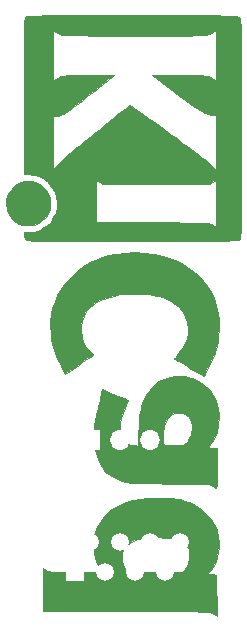
<source format=gbr>
%TF.GenerationSoftware,KiCad,Pcbnew,(7.0.0)*%
%TF.CreationDate,2023-02-19T15:54:43+01:00*%
%TF.ProjectId,bbb-can-bus-cape,6262622d-6361-46e2-9d62-75732d636170,rev?*%
%TF.SameCoordinates,Original*%
%TF.FileFunction,Legend,Bot*%
%TF.FilePolarity,Positive*%
%FSLAX46Y46*%
G04 Gerber Fmt 4.6, Leading zero omitted, Abs format (unit mm)*
G04 Created by KiCad (PCBNEW (7.0.0)) date 2023-02-19 15:54:43*
%MOMM*%
%LPD*%
G01*
G04 APERTURE LIST*
%ADD10C,0.010000*%
%ADD11R,1.727200X1.727200*%
%ADD12O,1.727200X1.727200*%
%ADD13C,3.250000*%
%ADD14R,1.500000X1.500000*%
%ADD15C,1.500000*%
%ADD16C,3.000000*%
%ADD17R,1.700000X1.700000*%
%ADD18O,1.700000X1.700000*%
%ADD19C,2.000000*%
G04 APERTURE END LIST*
%TO.C,REF\u002A\u002A*%
G36*
X124047566Y-81160764D02*
G01*
X124214992Y-81170002D01*
X124345617Y-81192652D01*
X124469442Y-81234371D01*
X124616465Y-81300814D01*
X124655644Y-81320034D01*
X125014405Y-81547209D01*
X125309583Y-81832931D01*
X125534251Y-82169092D01*
X125681483Y-82547582D01*
X125722570Y-82741788D01*
X125741795Y-83135775D01*
X125679587Y-83517377D01*
X125542322Y-83875404D01*
X125336379Y-84198664D01*
X125068137Y-84475970D01*
X124743973Y-84696131D01*
X124370266Y-84847956D01*
X124064442Y-84903504D01*
X123726951Y-84908508D01*
X123398672Y-84863330D01*
X123114315Y-84770121D01*
X122911018Y-84662421D01*
X122588475Y-84422662D01*
X122333915Y-84138426D01*
X122147362Y-83820163D01*
X122028840Y-83478326D01*
X121978375Y-83123366D01*
X121995990Y-82765733D01*
X122081710Y-82415879D01*
X122235561Y-82084256D01*
X122457566Y-81781314D01*
X122747750Y-81517504D01*
X123106139Y-81303279D01*
X123232389Y-81245846D01*
X123360354Y-81199317D01*
X123488282Y-81173210D01*
X123646514Y-81161766D01*
X123865390Y-81159231D01*
X124047566Y-81160764D01*
G37*
D10*
X124047566Y-81160764D02*
X124214992Y-81170002D01*
X124345617Y-81192652D01*
X124469442Y-81234371D01*
X124616465Y-81300814D01*
X124655644Y-81320034D01*
X125014405Y-81547209D01*
X125309583Y-81832931D01*
X125534251Y-82169092D01*
X125681483Y-82547582D01*
X125722570Y-82741788D01*
X125741795Y-83135775D01*
X125679587Y-83517377D01*
X125542322Y-83875404D01*
X125336379Y-84198664D01*
X125068137Y-84475970D01*
X124743973Y-84696131D01*
X124370266Y-84847956D01*
X124064442Y-84903504D01*
X123726951Y-84908508D01*
X123398672Y-84863330D01*
X123114315Y-84770121D01*
X122911018Y-84662421D01*
X122588475Y-84422662D01*
X122333915Y-84138426D01*
X122147362Y-83820163D01*
X122028840Y-83478326D01*
X121978375Y-83123366D01*
X121995990Y-82765733D01*
X122081710Y-82415879D01*
X122235561Y-82084256D01*
X122457566Y-81781314D01*
X122747750Y-81517504D01*
X123106139Y-81303279D01*
X123232389Y-81245846D01*
X123360354Y-81199317D01*
X123488282Y-81173210D01*
X123646514Y-81161766D01*
X123865390Y-81159231D01*
X124047566Y-81160764D01*
G36*
X133709545Y-87222353D02*
G01*
X134529343Y-87320340D01*
X135296767Y-87486964D01*
X136017259Y-87723715D01*
X136696264Y-88032085D01*
X137339225Y-88413565D01*
X137830442Y-88771901D01*
X138383140Y-89266687D01*
X138856544Y-89805981D01*
X139250498Y-90389547D01*
X139564849Y-91017149D01*
X139799441Y-91688552D01*
X139954120Y-92403518D01*
X139955325Y-92411677D01*
X139967406Y-92549363D01*
X139976367Y-92757138D01*
X139981790Y-93015789D01*
X139983256Y-93306105D01*
X139980348Y-93608873D01*
X139976087Y-93821068D01*
X139966216Y-94135905D01*
X139952085Y-94388189D01*
X139932185Y-94596120D01*
X139905009Y-94777892D01*
X139869049Y-94951704D01*
X139822576Y-95147256D01*
X139769655Y-95351277D01*
X139714138Y-95535794D01*
X139649522Y-95717552D01*
X139569304Y-95913299D01*
X139466982Y-96139779D01*
X139336054Y-96413740D01*
X139170016Y-96751928D01*
X138707769Y-97687278D01*
X137477260Y-96938123D01*
X137316208Y-96840044D01*
X137027100Y-96663838D01*
X136768636Y-96506122D01*
X136550242Y-96372662D01*
X136381347Y-96269221D01*
X136271378Y-96201562D01*
X136229763Y-96175450D01*
X136231006Y-96168188D01*
X136271732Y-96109684D01*
X136356251Y-96006902D01*
X136471453Y-95876082D01*
X136670495Y-95643100D01*
X136964827Y-95227176D01*
X137170012Y-94823633D01*
X137272477Y-94532022D01*
X137377195Y-94038783D01*
X137395756Y-93554161D01*
X137329425Y-93085184D01*
X137179467Y-92638880D01*
X136947146Y-92222276D01*
X136633725Y-91842400D01*
X136402880Y-91631024D01*
X135975897Y-91333238D01*
X135480406Y-91088893D01*
X134913867Y-90896818D01*
X134273744Y-90755846D01*
X134234004Y-90749450D01*
X133976437Y-90719902D01*
X133656414Y-90697906D01*
X133295803Y-90683639D01*
X132916470Y-90677279D01*
X132540282Y-90679005D01*
X132189107Y-90688994D01*
X131884811Y-90707424D01*
X131649261Y-90734475D01*
X131115691Y-90838157D01*
X130492412Y-91012616D01*
X129946740Y-91232026D01*
X129479098Y-91496094D01*
X129089908Y-91804526D01*
X128779593Y-92157030D01*
X128548574Y-92553312D01*
X128397275Y-92993078D01*
X128378497Y-93090648D01*
X128353977Y-93335160D01*
X128345973Y-93620911D01*
X128354046Y-93915889D01*
X128377755Y-94188079D01*
X128416662Y-94405468D01*
X128540546Y-94767611D01*
X128766713Y-95187871D01*
X129064345Y-95562076D01*
X129127042Y-95628123D01*
X129237967Y-95747799D01*
X129312628Y-95832381D01*
X129337464Y-95866742D01*
X129325585Y-95875202D01*
X129250583Y-95927275D01*
X129114397Y-96021348D01*
X128926047Y-96151205D01*
X128694550Y-96310631D01*
X128428925Y-96493410D01*
X128138189Y-96693326D01*
X126948623Y-97511023D01*
X126893894Y-97328355D01*
X126887692Y-97309294D01*
X126838432Y-97185213D01*
X126758999Y-97006319D01*
X126658950Y-96793606D01*
X126547839Y-96568069D01*
X126498712Y-96469790D01*
X126245089Y-95924060D01*
X126048962Y-95421067D01*
X125905316Y-94941466D01*
X125809132Y-94465910D01*
X125755395Y-93975055D01*
X125739087Y-93449554D01*
X125747367Y-93083842D01*
X125803521Y-92472148D01*
X125916772Y-91903882D01*
X126091883Y-91357907D01*
X126333624Y-90813089D01*
X126642274Y-90273777D01*
X127063044Y-89694990D01*
X127549533Y-89158259D01*
X128089699Y-88675404D01*
X128671499Y-88258243D01*
X129282891Y-87918596D01*
X129348296Y-87887766D01*
X129979606Y-87629572D01*
X130635609Y-87433381D01*
X131328837Y-87296660D01*
X132071823Y-87216872D01*
X132877099Y-87191482D01*
X133709545Y-87222353D01*
G37*
X133709545Y-87222353D02*
X134529343Y-87320340D01*
X135296767Y-87486964D01*
X136017259Y-87723715D01*
X136696264Y-88032085D01*
X137339225Y-88413565D01*
X137830442Y-88771901D01*
X138383140Y-89266687D01*
X138856544Y-89805981D01*
X139250498Y-90389547D01*
X139564849Y-91017149D01*
X139799441Y-91688552D01*
X139954120Y-92403518D01*
X139955325Y-92411677D01*
X139967406Y-92549363D01*
X139976367Y-92757138D01*
X139981790Y-93015789D01*
X139983256Y-93306105D01*
X139980348Y-93608873D01*
X139976087Y-93821068D01*
X139966216Y-94135905D01*
X139952085Y-94388189D01*
X139932185Y-94596120D01*
X139905009Y-94777892D01*
X139869049Y-94951704D01*
X139822576Y-95147256D01*
X139769655Y-95351277D01*
X139714138Y-95535794D01*
X139649522Y-95717552D01*
X139569304Y-95913299D01*
X139466982Y-96139779D01*
X139336054Y-96413740D01*
X139170016Y-96751928D01*
X138707769Y-97687278D01*
X137477260Y-96938123D01*
X137316208Y-96840044D01*
X137027100Y-96663838D01*
X136768636Y-96506122D01*
X136550242Y-96372662D01*
X136381347Y-96269221D01*
X136271378Y-96201562D01*
X136229763Y-96175450D01*
X136231006Y-96168188D01*
X136271732Y-96109684D01*
X136356251Y-96006902D01*
X136471453Y-95876082D01*
X136670495Y-95643100D01*
X136964827Y-95227176D01*
X137170012Y-94823633D01*
X137272477Y-94532022D01*
X137377195Y-94038783D01*
X137395756Y-93554161D01*
X137329425Y-93085184D01*
X137179467Y-92638880D01*
X136947146Y-92222276D01*
X136633725Y-91842400D01*
X136402880Y-91631024D01*
X135975897Y-91333238D01*
X135480406Y-91088893D01*
X134913867Y-90896818D01*
X134273744Y-90755846D01*
X134234004Y-90749450D01*
X133976437Y-90719902D01*
X133656414Y-90697906D01*
X133295803Y-90683639D01*
X132916470Y-90677279D01*
X132540282Y-90679005D01*
X132189107Y-90688994D01*
X131884811Y-90707424D01*
X131649261Y-90734475D01*
X131115691Y-90838157D01*
X130492412Y-91012616D01*
X129946740Y-91232026D01*
X129479098Y-91496094D01*
X129089908Y-91804526D01*
X128779593Y-92157030D01*
X128548574Y-92553312D01*
X128397275Y-92993078D01*
X128378497Y-93090648D01*
X128353977Y-93335160D01*
X128345973Y-93620911D01*
X128354046Y-93915889D01*
X128377755Y-94188079D01*
X128416662Y-94405468D01*
X128540546Y-94767611D01*
X128766713Y-95187871D01*
X129064345Y-95562076D01*
X129127042Y-95628123D01*
X129237967Y-95747799D01*
X129312628Y-95832381D01*
X129337464Y-95866742D01*
X129325585Y-95875202D01*
X129250583Y-95927275D01*
X129114397Y-96021348D01*
X128926047Y-96151205D01*
X128694550Y-96310631D01*
X128428925Y-96493410D01*
X128138189Y-96693326D01*
X126948623Y-97511023D01*
X126893894Y-97328355D01*
X126887692Y-97309294D01*
X126838432Y-97185213D01*
X126758999Y-97006319D01*
X126658950Y-96793606D01*
X126547839Y-96568069D01*
X126498712Y-96469790D01*
X126245089Y-95924060D01*
X126048962Y-95421067D01*
X125905316Y-94941466D01*
X125809132Y-94465910D01*
X125755395Y-93975055D01*
X125739087Y-93449554D01*
X125747367Y-93083842D01*
X125803521Y-92472148D01*
X125916772Y-91903882D01*
X126091883Y-91357907D01*
X126333624Y-90813089D01*
X126642274Y-90273777D01*
X127063044Y-89694990D01*
X127549533Y-89158259D01*
X128089699Y-88675404D01*
X128671499Y-88258243D01*
X129282891Y-87918596D01*
X129348296Y-87887766D01*
X129979606Y-87629572D01*
X130635609Y-87433381D01*
X131328837Y-87296660D01*
X132071823Y-87216872D01*
X132877099Y-87191482D01*
X133709545Y-87222353D01*
G36*
X134888536Y-107958049D02*
G01*
X135232508Y-107953771D01*
X135653751Y-107963431D01*
X136025250Y-107991049D01*
X136367212Y-108038764D01*
X136699842Y-108108715D01*
X137043347Y-108203040D01*
X137453939Y-108346076D01*
X138008220Y-108608783D01*
X138504685Y-108931030D01*
X138938643Y-109307887D01*
X139305401Y-109734424D01*
X139600267Y-110205713D01*
X139818549Y-110716822D01*
X139955555Y-111262822D01*
X139956654Y-111269392D01*
X139995048Y-111668418D01*
X139989924Y-112106844D01*
X139944440Y-112553411D01*
X139861758Y-112976857D01*
X139745035Y-113345922D01*
X139674005Y-113503453D01*
X139566044Y-113708619D01*
X139442566Y-113919442D01*
X139317161Y-114113922D01*
X139203419Y-114270061D01*
X139114930Y-114365862D01*
X139090637Y-114387854D01*
X139082144Y-114414072D01*
X139124304Y-114431595D01*
X139230555Y-114444509D01*
X139414337Y-114456901D01*
X139797290Y-114479661D01*
X139821136Y-117966393D01*
X139615299Y-117845765D01*
X139603131Y-117838575D01*
X139546001Y-117803497D01*
X139495107Y-117771675D01*
X139446026Y-117742938D01*
X139394338Y-117717114D01*
X139335620Y-117694032D01*
X139265452Y-117673521D01*
X139179411Y-117655409D01*
X139073077Y-117639526D01*
X138942027Y-117625700D01*
X138781841Y-117613760D01*
X138588096Y-117603534D01*
X138356371Y-117594852D01*
X138082245Y-117587542D01*
X137761296Y-117581433D01*
X137389103Y-117576354D01*
X136961244Y-117572133D01*
X136473298Y-117568600D01*
X135920842Y-117565582D01*
X135299456Y-117562910D01*
X134604719Y-117560410D01*
X133832207Y-117557914D01*
X132977501Y-117555248D01*
X132036179Y-117552242D01*
X125094422Y-117529482D01*
X125082520Y-115720073D01*
X125081718Y-115588490D01*
X125080130Y-115201345D01*
X125079807Y-114847243D01*
X125080685Y-114535849D01*
X125082697Y-114276829D01*
X125085776Y-114079848D01*
X125089858Y-113954571D01*
X125094876Y-113910665D01*
X125110779Y-113916283D01*
X125186175Y-113958185D01*
X125295819Y-114027589D01*
X125306301Y-114034512D01*
X125390958Y-114088323D01*
X125473326Y-114133442D01*
X125561890Y-114170632D01*
X125665134Y-114200659D01*
X125791542Y-114224289D01*
X125949598Y-114242286D01*
X126147787Y-114255415D01*
X126394593Y-114264442D01*
X126698501Y-114270131D01*
X127067995Y-114273247D01*
X127511559Y-114274556D01*
X128037678Y-114274822D01*
X128448444Y-114274346D01*
X128851723Y-114272885D01*
X129217389Y-114270547D01*
X129536537Y-114267436D01*
X129800264Y-114263659D01*
X129999665Y-114259322D01*
X130125835Y-114254531D01*
X130169870Y-114249393D01*
X130163035Y-114232822D01*
X130114906Y-114159973D01*
X130035863Y-114055935D01*
X129929566Y-113905108D01*
X129772945Y-113621725D01*
X129633236Y-113297829D01*
X129524592Y-112963653D01*
X129520829Y-112944583D01*
X131790426Y-112944583D01*
X131822019Y-113295831D01*
X131922304Y-113652553D01*
X132091875Y-114001704D01*
X132241943Y-114252063D01*
X136973775Y-114252063D01*
X137123060Y-114024464D01*
X137176838Y-113936938D01*
X137284270Y-113736525D01*
X137369822Y-113546507D01*
X137398789Y-113463291D01*
X137456617Y-113198502D01*
X137486147Y-112863711D01*
X137492292Y-112693471D01*
X137490894Y-112535446D01*
X137475112Y-112417812D01*
X137440615Y-112312300D01*
X137383075Y-112190643D01*
X137228943Y-111956844D01*
X137010911Y-111754296D01*
X136729936Y-111592164D01*
X136381616Y-111468906D01*
X135961545Y-111382978D01*
X135465320Y-111332837D01*
X134888536Y-111316943D01*
X134757407Y-111317715D01*
X134149835Y-111340566D01*
X133621164Y-111396055D01*
X133165818Y-111485529D01*
X132778218Y-111610340D01*
X132452786Y-111771837D01*
X132183943Y-111971369D01*
X132101893Y-112054148D01*
X131930955Y-112310695D01*
X131826936Y-112611855D01*
X131790426Y-112944583D01*
X129520829Y-112944583D01*
X129469191Y-112682887D01*
X129433877Y-112333208D01*
X129421642Y-111954757D01*
X129432501Y-111576741D01*
X129466470Y-111228364D01*
X129523564Y-110938832D01*
X129619737Y-110644023D01*
X129852880Y-110152213D01*
X130162829Y-109696832D01*
X130542446Y-109286284D01*
X130984594Y-108928968D01*
X131482136Y-108633286D01*
X131634705Y-108559879D01*
X132149329Y-108354169D01*
X132707861Y-108193341D01*
X133320146Y-108075363D01*
X133996031Y-107998204D01*
X134745360Y-107959831D01*
X134888536Y-107958049D01*
G37*
X134888536Y-107958049D02*
X135232508Y-107953771D01*
X135653751Y-107963431D01*
X136025250Y-107991049D01*
X136367212Y-108038764D01*
X136699842Y-108108715D01*
X137043347Y-108203040D01*
X137453939Y-108346076D01*
X138008220Y-108608783D01*
X138504685Y-108931030D01*
X138938643Y-109307887D01*
X139305401Y-109734424D01*
X139600267Y-110205713D01*
X139818549Y-110716822D01*
X139955555Y-111262822D01*
X139956654Y-111269392D01*
X139995048Y-111668418D01*
X139989924Y-112106844D01*
X139944440Y-112553411D01*
X139861758Y-112976857D01*
X139745035Y-113345922D01*
X139674005Y-113503453D01*
X139566044Y-113708619D01*
X139442566Y-113919442D01*
X139317161Y-114113922D01*
X139203419Y-114270061D01*
X139114930Y-114365862D01*
X139090637Y-114387854D01*
X139082144Y-114414072D01*
X139124304Y-114431595D01*
X139230555Y-114444509D01*
X139414337Y-114456901D01*
X139797290Y-114479661D01*
X139821136Y-117966393D01*
X139615299Y-117845765D01*
X139603131Y-117838575D01*
X139546001Y-117803497D01*
X139495107Y-117771675D01*
X139446026Y-117742938D01*
X139394338Y-117717114D01*
X139335620Y-117694032D01*
X139265452Y-117673521D01*
X139179411Y-117655409D01*
X139073077Y-117639526D01*
X138942027Y-117625700D01*
X138781841Y-117613760D01*
X138588096Y-117603534D01*
X138356371Y-117594852D01*
X138082245Y-117587542D01*
X137761296Y-117581433D01*
X137389103Y-117576354D01*
X136961244Y-117572133D01*
X136473298Y-117568600D01*
X135920842Y-117565582D01*
X135299456Y-117562910D01*
X134604719Y-117560410D01*
X133832207Y-117557914D01*
X132977501Y-117555248D01*
X132036179Y-117552242D01*
X125094422Y-117529482D01*
X125082520Y-115720073D01*
X125081718Y-115588490D01*
X125080130Y-115201345D01*
X125079807Y-114847243D01*
X125080685Y-114535849D01*
X125082697Y-114276829D01*
X125085776Y-114079848D01*
X125089858Y-113954571D01*
X125094876Y-113910665D01*
X125110779Y-113916283D01*
X125186175Y-113958185D01*
X125295819Y-114027589D01*
X125306301Y-114034512D01*
X125390958Y-114088323D01*
X125473326Y-114133442D01*
X125561890Y-114170632D01*
X125665134Y-114200659D01*
X125791542Y-114224289D01*
X125949598Y-114242286D01*
X126147787Y-114255415D01*
X126394593Y-114264442D01*
X126698501Y-114270131D01*
X127067995Y-114273247D01*
X127511559Y-114274556D01*
X128037678Y-114274822D01*
X128448444Y-114274346D01*
X128851723Y-114272885D01*
X129217389Y-114270547D01*
X129536537Y-114267436D01*
X129800264Y-114263659D01*
X129999665Y-114259322D01*
X130125835Y-114254531D01*
X130169870Y-114249393D01*
X130163035Y-114232822D01*
X130114906Y-114159973D01*
X130035863Y-114055935D01*
X129929566Y-113905108D01*
X129772945Y-113621725D01*
X129633236Y-113297829D01*
X129524592Y-112963653D01*
X129520829Y-112944583D01*
X131790426Y-112944583D01*
X131822019Y-113295831D01*
X131922304Y-113652553D01*
X132091875Y-114001704D01*
X132241943Y-114252063D01*
X136973775Y-114252063D01*
X137123060Y-114024464D01*
X137176838Y-113936938D01*
X137284270Y-113736525D01*
X137369822Y-113546507D01*
X137398789Y-113463291D01*
X137456617Y-113198502D01*
X137486147Y-112863711D01*
X137492292Y-112693471D01*
X137490894Y-112535446D01*
X137475112Y-112417812D01*
X137440615Y-112312300D01*
X137383075Y-112190643D01*
X137228943Y-111956844D01*
X137010911Y-111754296D01*
X136729936Y-111592164D01*
X136381616Y-111468906D01*
X135961545Y-111382978D01*
X135465320Y-111332837D01*
X134888536Y-111316943D01*
X134757407Y-111317715D01*
X134149835Y-111340566D01*
X133621164Y-111396055D01*
X133165818Y-111485529D01*
X132778218Y-111610340D01*
X132452786Y-111771837D01*
X132183943Y-111971369D01*
X132101893Y-112054148D01*
X131930955Y-112310695D01*
X131826936Y-112611855D01*
X131790426Y-112944583D01*
X129520829Y-112944583D01*
X129469191Y-112682887D01*
X129433877Y-112333208D01*
X129421642Y-111954757D01*
X129432501Y-111576741D01*
X129466470Y-111228364D01*
X129523564Y-110938832D01*
X129619737Y-110644023D01*
X129852880Y-110152213D01*
X130162829Y-109696832D01*
X130542446Y-109286284D01*
X130984594Y-108928968D01*
X131482136Y-108633286D01*
X131634705Y-108559879D01*
X132149329Y-108354169D01*
X132707861Y-108193341D01*
X133320146Y-108075363D01*
X133996031Y-107998204D01*
X134745360Y-107959831D01*
X134888536Y-107958049D01*
G36*
X136611467Y-97665484D02*
G01*
X136664873Y-97664812D01*
X137031897Y-97685255D01*
X137373394Y-97729438D01*
X137657863Y-97796108D01*
X137950540Y-97902488D01*
X138432869Y-98149077D01*
X138857227Y-98464268D01*
X139220723Y-98844799D01*
X139520465Y-99287405D01*
X139753560Y-99788824D01*
X139917118Y-100345790D01*
X139954008Y-100572907D01*
X139979645Y-100897453D01*
X139985411Y-101250906D01*
X139971770Y-101603729D01*
X139939186Y-101926385D01*
X139888124Y-102189339D01*
X139847921Y-102321471D01*
X139730277Y-102621567D01*
X139580915Y-102926622D01*
X139416033Y-103205163D01*
X139251830Y-103425716D01*
X139249459Y-103428426D01*
X139146985Y-103549285D01*
X139074017Y-103642272D01*
X139046214Y-103687454D01*
X139052852Y-103692394D01*
X139124551Y-103703571D01*
X139258278Y-103711338D01*
X139433132Y-103714249D01*
X139820050Y-103714249D01*
X139820050Y-105421238D01*
X139820042Y-105466679D01*
X139819375Y-105847788D01*
X139817716Y-106197567D01*
X139815188Y-106506067D01*
X139811914Y-106763335D01*
X139808019Y-106959418D01*
X139803625Y-107084367D01*
X139798857Y-107128227D01*
X139794690Y-107127206D01*
X139733180Y-107098510D01*
X139617618Y-107038359D01*
X139468839Y-106957529D01*
X139160014Y-106786830D01*
X135950874Y-106760486D01*
X135483463Y-106756570D01*
X134887345Y-106751092D01*
X134369829Y-106745343D01*
X133923596Y-106738856D01*
X133541327Y-106731168D01*
X133215703Y-106721814D01*
X132939405Y-106710330D01*
X132705115Y-106696251D01*
X132505512Y-106679113D01*
X132333280Y-106658450D01*
X132181098Y-106633799D01*
X132041648Y-106604695D01*
X131907612Y-106570673D01*
X131771669Y-106531269D01*
X131626501Y-106486019D01*
X131171407Y-106307752D01*
X130750804Y-106063623D01*
X130390703Y-105759594D01*
X130089220Y-105392881D01*
X129844471Y-104960700D01*
X129654571Y-104460269D01*
X129517637Y-103888803D01*
X129431785Y-103243520D01*
X129414713Y-103017985D01*
X129402230Y-102638148D01*
X129413471Y-102261670D01*
X129450331Y-101870925D01*
X129514704Y-101448287D01*
X129608485Y-100976130D01*
X129733571Y-100436830D01*
X129763837Y-100312172D01*
X129838314Y-99999122D01*
X129906889Y-99702413D01*
X129965512Y-99440038D01*
X130010131Y-99229991D01*
X130036698Y-99090266D01*
X130089647Y-98767895D01*
X131188092Y-99221107D01*
X131462349Y-99334470D01*
X131731083Y-99445995D01*
X131960525Y-99541683D01*
X132139450Y-99616837D01*
X132256629Y-99666759D01*
X132300838Y-99686751D01*
X132301471Y-99689896D01*
X132281734Y-99747831D01*
X132231152Y-99861752D01*
X132158730Y-100011107D01*
X132017692Y-100321537D01*
X131863482Y-100748709D01*
X131745386Y-101185918D01*
X131666372Y-101616066D01*
X131629404Y-102022057D01*
X131637449Y-102386792D01*
X131693473Y-102693173D01*
X131782366Y-102907006D01*
X131964536Y-103149855D01*
X132211672Y-103336802D01*
X132516171Y-103462495D01*
X132870430Y-103521583D01*
X133196931Y-103542390D01*
X133199078Y-102758335D01*
X135292122Y-102758335D01*
X135292125Y-102808090D01*
X135294922Y-103037234D01*
X135301683Y-103234068D01*
X135311521Y-103379018D01*
X135323549Y-103452511D01*
X135327454Y-103460968D01*
X135351976Y-103488311D01*
X135401254Y-103507676D01*
X135488543Y-103520403D01*
X135627098Y-103527834D01*
X135830173Y-103531310D01*
X136111025Y-103532170D01*
X136351920Y-103530900D01*
X136605033Y-103524748D01*
X136787988Y-103512697D01*
X136912695Y-103493868D01*
X136991069Y-103467385D01*
X137047033Y-103433318D01*
X137199592Y-103305025D01*
X137358415Y-103133129D01*
X137499926Y-102944725D01*
X137600548Y-102766910D01*
X137637468Y-102668254D01*
X137686623Y-102441090D01*
X137711754Y-102144398D01*
X137707949Y-101831589D01*
X137656256Y-101534541D01*
X137549468Y-101286600D01*
X137382772Y-101072085D01*
X137321113Y-101011741D01*
X137110837Y-100854625D01*
X136884188Y-100769617D01*
X136611467Y-100744088D01*
X136467387Y-100751004D01*
X136170783Y-100819402D01*
X135916203Y-100963091D01*
X135700784Y-101184689D01*
X135521659Y-101486810D01*
X135375963Y-101872071D01*
X135337728Y-102027385D01*
X135311549Y-102215412D01*
X135297010Y-102452043D01*
X135292122Y-102758335D01*
X133199078Y-102758335D01*
X133199905Y-102456187D01*
X133202977Y-102089879D01*
X133213886Y-101684716D01*
X133234474Y-101338596D01*
X133266742Y-101033615D01*
X133312692Y-100751870D01*
X133374326Y-100475457D01*
X133453645Y-100186471D01*
X133604624Y-99754079D01*
X133853253Y-99245495D01*
X134157802Y-98799147D01*
X134513986Y-98419439D01*
X134917523Y-98110773D01*
X135364129Y-97877550D01*
X135849520Y-97724174D01*
X135980248Y-97700154D01*
X136303823Y-97669360D01*
X136611467Y-97665484D01*
G37*
X136611467Y-97665484D02*
X136664873Y-97664812D01*
X137031897Y-97685255D01*
X137373394Y-97729438D01*
X137657863Y-97796108D01*
X137950540Y-97902488D01*
X138432869Y-98149077D01*
X138857227Y-98464268D01*
X139220723Y-98844799D01*
X139520465Y-99287405D01*
X139753560Y-99788824D01*
X139917118Y-100345790D01*
X139954008Y-100572907D01*
X139979645Y-100897453D01*
X139985411Y-101250906D01*
X139971770Y-101603729D01*
X139939186Y-101926385D01*
X139888124Y-102189339D01*
X139847921Y-102321471D01*
X139730277Y-102621567D01*
X139580915Y-102926622D01*
X139416033Y-103205163D01*
X139251830Y-103425716D01*
X139249459Y-103428426D01*
X139146985Y-103549285D01*
X139074017Y-103642272D01*
X139046214Y-103687454D01*
X139052852Y-103692394D01*
X139124551Y-103703571D01*
X139258278Y-103711338D01*
X139433132Y-103714249D01*
X139820050Y-103714249D01*
X139820050Y-105421238D01*
X139820042Y-105466679D01*
X139819375Y-105847788D01*
X139817716Y-106197567D01*
X139815188Y-106506067D01*
X139811914Y-106763335D01*
X139808019Y-106959418D01*
X139803625Y-107084367D01*
X139798857Y-107128227D01*
X139794690Y-107127206D01*
X139733180Y-107098510D01*
X139617618Y-107038359D01*
X139468839Y-106957529D01*
X139160014Y-106786830D01*
X135950874Y-106760486D01*
X135483463Y-106756570D01*
X134887345Y-106751092D01*
X134369829Y-106745343D01*
X133923596Y-106738856D01*
X133541327Y-106731168D01*
X133215703Y-106721814D01*
X132939405Y-106710330D01*
X132705115Y-106696251D01*
X132505512Y-106679113D01*
X132333280Y-106658450D01*
X132181098Y-106633799D01*
X132041648Y-106604695D01*
X131907612Y-106570673D01*
X131771669Y-106531269D01*
X131626501Y-106486019D01*
X131171407Y-106307752D01*
X130750804Y-106063623D01*
X130390703Y-105759594D01*
X130089220Y-105392881D01*
X129844471Y-104960700D01*
X129654571Y-104460269D01*
X129517637Y-103888803D01*
X129431785Y-103243520D01*
X129414713Y-103017985D01*
X129402230Y-102638148D01*
X129413471Y-102261670D01*
X129450331Y-101870925D01*
X129514704Y-101448287D01*
X129608485Y-100976130D01*
X129733571Y-100436830D01*
X129763837Y-100312172D01*
X129838314Y-99999122D01*
X129906889Y-99702413D01*
X129965512Y-99440038D01*
X130010131Y-99229991D01*
X130036698Y-99090266D01*
X130089647Y-98767895D01*
X131188092Y-99221107D01*
X131462349Y-99334470D01*
X131731083Y-99445995D01*
X131960525Y-99541683D01*
X132139450Y-99616837D01*
X132256629Y-99666759D01*
X132300838Y-99686751D01*
X132301471Y-99689896D01*
X132281734Y-99747831D01*
X132231152Y-99861752D01*
X132158730Y-100011107D01*
X132017692Y-100321537D01*
X131863482Y-100748709D01*
X131745386Y-101185918D01*
X131666372Y-101616066D01*
X131629404Y-102022057D01*
X131637449Y-102386792D01*
X131693473Y-102693173D01*
X131782366Y-102907006D01*
X131964536Y-103149855D01*
X132211672Y-103336802D01*
X132516171Y-103462495D01*
X132870430Y-103521583D01*
X133196931Y-103542390D01*
X133199078Y-102758335D01*
X135292122Y-102758335D01*
X135292125Y-102808090D01*
X135294922Y-103037234D01*
X135301683Y-103234068D01*
X135311521Y-103379018D01*
X135323549Y-103452511D01*
X135327454Y-103460968D01*
X135351976Y-103488311D01*
X135401254Y-103507676D01*
X135488543Y-103520403D01*
X135627098Y-103527834D01*
X135830173Y-103531310D01*
X136111025Y-103532170D01*
X136351920Y-103530900D01*
X136605033Y-103524748D01*
X136787988Y-103512697D01*
X136912695Y-103493868D01*
X136991069Y-103467385D01*
X137047033Y-103433318D01*
X137199592Y-103305025D01*
X137358415Y-103133129D01*
X137499926Y-102944725D01*
X137600548Y-102766910D01*
X137637468Y-102668254D01*
X137686623Y-102441090D01*
X137711754Y-102144398D01*
X137707949Y-101831589D01*
X137656256Y-101534541D01*
X137549468Y-101286600D01*
X137382772Y-101072085D01*
X137321113Y-101011741D01*
X137110837Y-100854625D01*
X136884188Y-100769617D01*
X136611467Y-100744088D01*
X136467387Y-100751004D01*
X136170783Y-100819402D01*
X135916203Y-100963091D01*
X135700784Y-101184689D01*
X135521659Y-101486810D01*
X135375963Y-101872071D01*
X135337728Y-102027385D01*
X135311549Y-102215412D01*
X135297010Y-102452043D01*
X135292122Y-102758335D01*
X133199078Y-102758335D01*
X133199905Y-102456187D01*
X133202977Y-102089879D01*
X133213886Y-101684716D01*
X133234474Y-101338596D01*
X133266742Y-101033615D01*
X133312692Y-100751870D01*
X133374326Y-100475457D01*
X133453645Y-100186471D01*
X133604624Y-99754079D01*
X133853253Y-99245495D01*
X134157802Y-98799147D01*
X134513986Y-98419439D01*
X134917523Y-98110773D01*
X135364129Y-97877550D01*
X135849520Y-97724174D01*
X135980248Y-97700154D01*
X136303823Y-97669360D01*
X136611467Y-97665484D01*
G36*
X139774530Y-67125928D02*
G01*
X139910021Y-67127155D01*
X140263013Y-67131842D01*
X140567082Y-67137659D01*
X140825992Y-67144725D01*
X141043507Y-67153158D01*
X141223390Y-67163077D01*
X141369408Y-67174600D01*
X141485322Y-67187846D01*
X141574898Y-67202933D01*
X141641899Y-67219980D01*
X141690089Y-67239105D01*
X141723233Y-67260426D01*
X141745095Y-67284063D01*
X141759439Y-67310133D01*
X141770028Y-67338755D01*
X141780627Y-67370048D01*
X141795000Y-67404129D01*
X141802203Y-67423305D01*
X141810069Y-67458481D01*
X141817276Y-67510748D01*
X141823852Y-67583803D01*
X141829827Y-67681344D01*
X141835230Y-67807068D01*
X141840090Y-67964672D01*
X141844434Y-68157855D01*
X141848293Y-68390313D01*
X141851695Y-68665744D01*
X141854669Y-68987845D01*
X141857244Y-69360314D01*
X141859449Y-69786848D01*
X141861312Y-70271144D01*
X141862863Y-70816901D01*
X141864131Y-71427815D01*
X141865144Y-72107584D01*
X141865931Y-72859905D01*
X141866521Y-73688475D01*
X141866944Y-74596993D01*
X141867227Y-75589156D01*
X141867400Y-76668660D01*
X141867434Y-77010753D01*
X141867455Y-78066829D01*
X141867323Y-79036640D01*
X141867009Y-79923842D01*
X141866487Y-80732087D01*
X141865732Y-81465030D01*
X141864716Y-82126323D01*
X141863412Y-82719620D01*
X141861796Y-83248576D01*
X141859839Y-83716844D01*
X141857515Y-84128078D01*
X141854798Y-84485931D01*
X141851661Y-84794057D01*
X141848079Y-85056110D01*
X141844023Y-85275744D01*
X141839468Y-85456612D01*
X141834388Y-85602367D01*
X141828755Y-85716664D01*
X141822543Y-85803157D01*
X141815726Y-85865499D01*
X141808277Y-85907343D01*
X141800170Y-85932344D01*
X141796562Y-85940299D01*
X141784710Y-85972862D01*
X141776055Y-86002724D01*
X141766826Y-86030006D01*
X141753256Y-86054828D01*
X141731574Y-86077312D01*
X141698010Y-86097579D01*
X141648796Y-86115750D01*
X141580163Y-86131946D01*
X141488340Y-86146288D01*
X141369558Y-86158897D01*
X141220048Y-86169894D01*
X141036040Y-86179400D01*
X140813766Y-86187537D01*
X140549455Y-86194425D01*
X140239338Y-86200186D01*
X139879646Y-86204940D01*
X139466609Y-86208808D01*
X138996459Y-86211912D01*
X138465424Y-86214373D01*
X137869737Y-86216312D01*
X137205628Y-86217849D01*
X136469326Y-86219106D01*
X135657064Y-86220205D01*
X134765071Y-86221265D01*
X133789578Y-86222408D01*
X132726815Y-86223755D01*
X132598156Y-86223930D01*
X131542128Y-86225432D01*
X130572929Y-86226869D01*
X129686789Y-86228134D01*
X128879937Y-86229121D01*
X128148601Y-86229722D01*
X127489009Y-86229833D01*
X126897392Y-86229346D01*
X126369978Y-86228156D01*
X125902995Y-86226156D01*
X125492673Y-86223239D01*
X125135241Y-86219300D01*
X124826927Y-86214231D01*
X124563960Y-86207927D01*
X124342569Y-86200282D01*
X124158984Y-86191188D01*
X124009432Y-86180541D01*
X123890143Y-86168232D01*
X123797345Y-86154157D01*
X123727269Y-86138208D01*
X123676141Y-86120280D01*
X123640192Y-86100265D01*
X123615650Y-86078058D01*
X123598744Y-86053553D01*
X123585703Y-86026643D01*
X123572756Y-85997221D01*
X123556132Y-85965182D01*
X123550834Y-85955807D01*
X123499555Y-85813950D01*
X123478480Y-85658659D01*
X123478487Y-85483604D01*
X123876777Y-85480686D01*
X123922610Y-85479947D01*
X124388504Y-85424306D01*
X124826869Y-85282594D01*
X125233060Y-85056778D01*
X125602435Y-84748828D01*
X125753088Y-84583574D01*
X126002796Y-84215619D01*
X126176928Y-83814145D01*
X126275394Y-83390845D01*
X126298099Y-82957412D01*
X126244950Y-82525539D01*
X126115854Y-82106918D01*
X125910718Y-81713241D01*
X125629449Y-81356203D01*
X125530289Y-81256950D01*
X125267723Y-81047154D01*
X129623634Y-81047154D01*
X129623634Y-84638282D01*
X134346304Y-84651265D01*
X139068974Y-84664249D01*
X139340858Y-84791554D01*
X139475617Y-84858672D01*
X139610612Y-84934674D01*
X139693636Y-84992068D01*
X139693795Y-84992212D01*
X139713085Y-85006146D01*
X139729035Y-85004829D01*
X139741962Y-84980684D01*
X139752181Y-84926131D01*
X139760011Y-84833591D01*
X139765767Y-84695486D01*
X139769766Y-84504237D01*
X139772325Y-84252264D01*
X139773761Y-83931989D01*
X139774390Y-83535832D01*
X139774530Y-83056215D01*
X139774530Y-81047154D01*
X139160014Y-81386830D01*
X130238150Y-81386830D01*
X129623634Y-81047154D01*
X125267723Y-81047154D01*
X125163140Y-80963590D01*
X124764698Y-80755427D01*
X124332393Y-80631347D01*
X123863656Y-80590235D01*
X123478472Y-80590235D01*
X123478472Y-80239736D01*
X125936537Y-80239736D01*
X126080635Y-80039448D01*
X126216066Y-79870059D01*
X126436966Y-79631374D01*
X126713817Y-79360647D01*
X127036067Y-79068128D01*
X127393168Y-78764071D01*
X127488663Y-78685769D01*
X127652450Y-78552457D01*
X127867331Y-78378199D01*
X128126135Y-78168769D01*
X128421689Y-77929939D01*
X128746822Y-77667484D01*
X129094361Y-77387174D01*
X129457135Y-77094785D01*
X129623634Y-76960675D01*
X129827972Y-76796089D01*
X130199699Y-76496858D01*
X130565145Y-76202866D01*
X130917137Y-75919886D01*
X131248504Y-75653691D01*
X131552074Y-75410054D01*
X131820675Y-75194747D01*
X132047134Y-75013545D01*
X132224280Y-74872220D01*
X132344940Y-74776545D01*
X132401944Y-74732293D01*
X132423364Y-74728641D01*
X132464107Y-74740790D01*
X132528205Y-74772272D01*
X132620204Y-74826229D01*
X132744651Y-74905805D01*
X132906093Y-75014141D01*
X133109077Y-75154381D01*
X133358149Y-75329666D01*
X133657856Y-75543139D01*
X134012745Y-75797943D01*
X134427362Y-76097220D01*
X134906253Y-76444113D01*
X135453966Y-76841764D01*
X135889941Y-77158609D01*
X136421428Y-77545168D01*
X136888177Y-77885196D01*
X137295366Y-78182649D01*
X137648177Y-78441480D01*
X137951789Y-78665644D01*
X138211383Y-78859096D01*
X138432138Y-79025788D01*
X138619234Y-79169677D01*
X138777852Y-79294715D01*
X138913172Y-79404858D01*
X139030374Y-79504060D01*
X139134637Y-79596274D01*
X139231142Y-79685457D01*
X139325070Y-79775560D01*
X139421599Y-79870540D01*
X139774530Y-80220559D01*
X139774625Y-77867673D01*
X139774721Y-75514787D01*
X139489557Y-75529572D01*
X139475228Y-75530288D01*
X139361229Y-75533095D01*
X139252003Y-75527775D01*
X139141567Y-75510770D01*
X139023938Y-75478521D01*
X138893133Y-75427469D01*
X138743169Y-75354056D01*
X138568064Y-75254722D01*
X138361833Y-75125909D01*
X138118495Y-74964059D01*
X137832067Y-74765611D01*
X137496564Y-74527009D01*
X137106005Y-74244691D01*
X136654406Y-73915101D01*
X136135784Y-73534679D01*
X134307639Y-72191848D01*
X136427320Y-72180017D01*
X136625043Y-72178968D01*
X137157619Y-72177119D01*
X137610612Y-72177960D01*
X137992592Y-72182481D01*
X138312133Y-72191672D01*
X138577808Y-72206524D01*
X138798188Y-72228025D01*
X138981846Y-72257167D01*
X139137355Y-72294939D01*
X139273287Y-72342332D01*
X139398216Y-72400334D01*
X139520713Y-72469938D01*
X139649351Y-72552132D01*
X139774530Y-72634755D01*
X139774530Y-68340799D01*
X139626591Y-68451715D01*
X139603187Y-68469086D01*
X139388684Y-68607961D01*
X139171844Y-68703694D01*
X138923380Y-68766559D01*
X138614002Y-68806825D01*
X138600516Y-68807931D01*
X138472904Y-68813774D01*
X138259992Y-68819050D01*
X137966645Y-68823735D01*
X137597728Y-68827807D01*
X137158106Y-68831243D01*
X136652644Y-68834019D01*
X136086208Y-68836114D01*
X135463663Y-68837504D01*
X134789873Y-68838165D01*
X134069704Y-68838076D01*
X133308021Y-68837214D01*
X132509690Y-68835554D01*
X131793586Y-68833797D01*
X131014089Y-68831917D01*
X130316672Y-68830065D01*
X129696448Y-68828011D01*
X129148530Y-68825521D01*
X128668032Y-68822364D01*
X128250069Y-68818306D01*
X127889754Y-68813115D01*
X127582202Y-68806560D01*
X127322525Y-68798407D01*
X127105839Y-68788424D01*
X126927257Y-68776379D01*
X126781892Y-68762040D01*
X126664859Y-68745174D01*
X126571272Y-68725549D01*
X126496244Y-68702932D01*
X126434889Y-68677091D01*
X126382322Y-68647794D01*
X126333657Y-68614808D01*
X126284006Y-68577902D01*
X126228484Y-68536841D01*
X126172847Y-68497127D01*
X126062839Y-68420366D01*
X125993437Y-68374387D01*
X125990530Y-68373277D01*
X125977405Y-68389331D01*
X125966454Y-68445987D01*
X125957509Y-68549549D01*
X125950401Y-68706320D01*
X125944962Y-68922606D01*
X125941024Y-69204711D01*
X125938419Y-69558938D01*
X125936979Y-69991592D01*
X125936537Y-70508978D01*
X125936537Y-72677897D01*
X126072386Y-72563588D01*
X126165690Y-72497339D01*
X126385684Y-72387064D01*
X126659295Y-72290427D01*
X126962800Y-72216670D01*
X126991613Y-72211969D01*
X127143506Y-72197982D01*
X127378254Y-72187389D01*
X127697483Y-72180164D01*
X128102817Y-72176277D01*
X128595882Y-72175701D01*
X129178303Y-72178407D01*
X131122758Y-72191848D01*
X129367072Y-73580199D01*
X129316781Y-73619964D01*
X128871074Y-73972036D01*
X128489367Y-74272612D01*
X128165170Y-74526475D01*
X127891992Y-74738408D01*
X127663344Y-74913195D01*
X127472736Y-75055619D01*
X127313676Y-75170465D01*
X127179676Y-75262515D01*
X127064244Y-75336553D01*
X126960891Y-75397362D01*
X126863126Y-75449727D01*
X126764460Y-75498430D01*
X126589811Y-75573353D01*
X126405571Y-75621753D01*
X126206844Y-75634627D01*
X125936537Y-75633334D01*
X125936537Y-80239736D01*
X123478472Y-80239736D01*
X123478472Y-74055895D01*
X123478454Y-73647661D01*
X123478336Y-72770657D01*
X123478249Y-71978410D01*
X123478369Y-71266538D01*
X123478867Y-70630659D01*
X123479918Y-70066394D01*
X123481694Y-69569361D01*
X123484369Y-69135178D01*
X123488115Y-68759466D01*
X123493106Y-68437842D01*
X123499516Y-68165927D01*
X123507517Y-67939338D01*
X123517283Y-67753694D01*
X123528986Y-67604616D01*
X123542801Y-67487721D01*
X123558900Y-67398629D01*
X123577456Y-67332958D01*
X123598643Y-67286328D01*
X123622634Y-67254358D01*
X123649602Y-67232665D01*
X123679720Y-67216871D01*
X123713162Y-67202593D01*
X123750101Y-67185450D01*
X123750704Y-67185142D01*
X123774884Y-67176819D01*
X123815373Y-67169184D01*
X123875907Y-67162209D01*
X123960224Y-67155865D01*
X124072059Y-67150122D01*
X124215149Y-67144952D01*
X124393230Y-67140325D01*
X124610040Y-67136213D01*
X124869314Y-67132586D01*
X125174789Y-67129416D01*
X125530202Y-67126674D01*
X125939289Y-67124331D01*
X126405787Y-67122357D01*
X126933432Y-67120724D01*
X127525960Y-67119403D01*
X128187109Y-67118364D01*
X128920615Y-67117580D01*
X129730213Y-67117020D01*
X130619642Y-67116656D01*
X131592637Y-67116459D01*
X132652935Y-67116400D01*
X132861232Y-67116397D01*
X133910479Y-67116296D01*
X134873163Y-67116140D01*
X135753047Y-67116049D01*
X136553895Y-67116140D01*
X137279471Y-67116531D01*
X137933540Y-67117343D01*
X138519865Y-67118693D01*
X139042211Y-67120699D01*
X139504342Y-67123480D01*
X139774530Y-67125928D01*
G37*
X139774530Y-67125928D02*
X139910021Y-67127155D01*
X140263013Y-67131842D01*
X140567082Y-67137659D01*
X140825992Y-67144725D01*
X141043507Y-67153158D01*
X141223390Y-67163077D01*
X141369408Y-67174600D01*
X141485322Y-67187846D01*
X141574898Y-67202933D01*
X141641899Y-67219980D01*
X141690089Y-67239105D01*
X141723233Y-67260426D01*
X141745095Y-67284063D01*
X141759439Y-67310133D01*
X141770028Y-67338755D01*
X141780627Y-67370048D01*
X141795000Y-67404129D01*
X141802203Y-67423305D01*
X141810069Y-67458481D01*
X141817276Y-67510748D01*
X141823852Y-67583803D01*
X141829827Y-67681344D01*
X141835230Y-67807068D01*
X141840090Y-67964672D01*
X141844434Y-68157855D01*
X141848293Y-68390313D01*
X141851695Y-68665744D01*
X141854669Y-68987845D01*
X141857244Y-69360314D01*
X141859449Y-69786848D01*
X141861312Y-70271144D01*
X141862863Y-70816901D01*
X141864131Y-71427815D01*
X141865144Y-72107584D01*
X141865931Y-72859905D01*
X141866521Y-73688475D01*
X141866944Y-74596993D01*
X141867227Y-75589156D01*
X141867400Y-76668660D01*
X141867434Y-77010753D01*
X141867455Y-78066829D01*
X141867323Y-79036640D01*
X141867009Y-79923842D01*
X141866487Y-80732087D01*
X141865732Y-81465030D01*
X141864716Y-82126323D01*
X141863412Y-82719620D01*
X141861796Y-83248576D01*
X141859839Y-83716844D01*
X141857515Y-84128078D01*
X141854798Y-84485931D01*
X141851661Y-84794057D01*
X141848079Y-85056110D01*
X141844023Y-85275744D01*
X141839468Y-85456612D01*
X141834388Y-85602367D01*
X141828755Y-85716664D01*
X141822543Y-85803157D01*
X141815726Y-85865499D01*
X141808277Y-85907343D01*
X141800170Y-85932344D01*
X141796562Y-85940299D01*
X141784710Y-85972862D01*
X141776055Y-86002724D01*
X141766826Y-86030006D01*
X141753256Y-86054828D01*
X141731574Y-86077312D01*
X141698010Y-86097579D01*
X141648796Y-86115750D01*
X141580163Y-86131946D01*
X141488340Y-86146288D01*
X141369558Y-86158897D01*
X141220048Y-86169894D01*
X141036040Y-86179400D01*
X140813766Y-86187537D01*
X140549455Y-86194425D01*
X140239338Y-86200186D01*
X139879646Y-86204940D01*
X139466609Y-86208808D01*
X138996459Y-86211912D01*
X138465424Y-86214373D01*
X137869737Y-86216312D01*
X137205628Y-86217849D01*
X136469326Y-86219106D01*
X135657064Y-86220205D01*
X134765071Y-86221265D01*
X133789578Y-86222408D01*
X132726815Y-86223755D01*
X132598156Y-86223930D01*
X131542128Y-86225432D01*
X130572929Y-86226869D01*
X129686789Y-86228134D01*
X128879937Y-86229121D01*
X128148601Y-86229722D01*
X127489009Y-86229833D01*
X126897392Y-86229346D01*
X126369978Y-86228156D01*
X125902995Y-86226156D01*
X125492673Y-86223239D01*
X125135241Y-86219300D01*
X124826927Y-86214231D01*
X124563960Y-86207927D01*
X124342569Y-86200282D01*
X124158984Y-86191188D01*
X124009432Y-86180541D01*
X123890143Y-86168232D01*
X123797345Y-86154157D01*
X123727269Y-86138208D01*
X123676141Y-86120280D01*
X123640192Y-86100265D01*
X123615650Y-86078058D01*
X123598744Y-86053553D01*
X123585703Y-86026643D01*
X123572756Y-85997221D01*
X123556132Y-85965182D01*
X123550834Y-85955807D01*
X123499555Y-85813950D01*
X123478480Y-85658659D01*
X123478487Y-85483604D01*
X123876777Y-85480686D01*
X123922610Y-85479947D01*
X124388504Y-85424306D01*
X124826869Y-85282594D01*
X125233060Y-85056778D01*
X125602435Y-84748828D01*
X125753088Y-84583574D01*
X126002796Y-84215619D01*
X126176928Y-83814145D01*
X126275394Y-83390845D01*
X126298099Y-82957412D01*
X126244950Y-82525539D01*
X126115854Y-82106918D01*
X125910718Y-81713241D01*
X125629449Y-81356203D01*
X125530289Y-81256950D01*
X125267723Y-81047154D01*
X129623634Y-81047154D01*
X129623634Y-84638282D01*
X134346304Y-84651265D01*
X139068974Y-84664249D01*
X139340858Y-84791554D01*
X139475617Y-84858672D01*
X139610612Y-84934674D01*
X139693636Y-84992068D01*
X139693795Y-84992212D01*
X139713085Y-85006146D01*
X139729035Y-85004829D01*
X139741962Y-84980684D01*
X139752181Y-84926131D01*
X139760011Y-84833591D01*
X139765767Y-84695486D01*
X139769766Y-84504237D01*
X139772325Y-84252264D01*
X139773761Y-83931989D01*
X139774390Y-83535832D01*
X139774530Y-83056215D01*
X139774530Y-81047154D01*
X139160014Y-81386830D01*
X130238150Y-81386830D01*
X129623634Y-81047154D01*
X125267723Y-81047154D01*
X125163140Y-80963590D01*
X124764698Y-80755427D01*
X124332393Y-80631347D01*
X123863656Y-80590235D01*
X123478472Y-80590235D01*
X123478472Y-80239736D01*
X125936537Y-80239736D01*
X126080635Y-80039448D01*
X126216066Y-79870059D01*
X126436966Y-79631374D01*
X126713817Y-79360647D01*
X127036067Y-79068128D01*
X127393168Y-78764071D01*
X127488663Y-78685769D01*
X127652450Y-78552457D01*
X127867331Y-78378199D01*
X128126135Y-78168769D01*
X128421689Y-77929939D01*
X128746822Y-77667484D01*
X129094361Y-77387174D01*
X129457135Y-77094785D01*
X129623634Y-76960675D01*
X129827972Y-76796089D01*
X130199699Y-76496858D01*
X130565145Y-76202866D01*
X130917137Y-75919886D01*
X131248504Y-75653691D01*
X131552074Y-75410054D01*
X131820675Y-75194747D01*
X132047134Y-75013545D01*
X132224280Y-74872220D01*
X132344940Y-74776545D01*
X132401944Y-74732293D01*
X132423364Y-74728641D01*
X132464107Y-74740790D01*
X132528205Y-74772272D01*
X132620204Y-74826229D01*
X132744651Y-74905805D01*
X132906093Y-75014141D01*
X133109077Y-75154381D01*
X133358149Y-75329666D01*
X133657856Y-75543139D01*
X134012745Y-75797943D01*
X134427362Y-76097220D01*
X134906253Y-76444113D01*
X135453966Y-76841764D01*
X135889941Y-77158609D01*
X136421428Y-77545168D01*
X136888177Y-77885196D01*
X137295366Y-78182649D01*
X137648177Y-78441480D01*
X137951789Y-78665644D01*
X138211383Y-78859096D01*
X138432138Y-79025788D01*
X138619234Y-79169677D01*
X138777852Y-79294715D01*
X138913172Y-79404858D01*
X139030374Y-79504060D01*
X139134637Y-79596274D01*
X139231142Y-79685457D01*
X139325070Y-79775560D01*
X139421599Y-79870540D01*
X139774530Y-80220559D01*
X139774625Y-77867673D01*
X139774721Y-75514787D01*
X139489557Y-75529572D01*
X139475228Y-75530288D01*
X139361229Y-75533095D01*
X139252003Y-75527775D01*
X139141567Y-75510770D01*
X139023938Y-75478521D01*
X138893133Y-75427469D01*
X138743169Y-75354056D01*
X138568064Y-75254722D01*
X138361833Y-75125909D01*
X138118495Y-74964059D01*
X137832067Y-74765611D01*
X137496564Y-74527009D01*
X137106005Y-74244691D01*
X136654406Y-73915101D01*
X136135784Y-73534679D01*
X134307639Y-72191848D01*
X136427320Y-72180017D01*
X136625043Y-72178968D01*
X137157619Y-72177119D01*
X137610612Y-72177960D01*
X137992592Y-72182481D01*
X138312133Y-72191672D01*
X138577808Y-72206524D01*
X138798188Y-72228025D01*
X138981846Y-72257167D01*
X139137355Y-72294939D01*
X139273287Y-72342332D01*
X139398216Y-72400334D01*
X139520713Y-72469938D01*
X139649351Y-72552132D01*
X139774530Y-72634755D01*
X139774530Y-68340799D01*
X139626591Y-68451715D01*
X139603187Y-68469086D01*
X139388684Y-68607961D01*
X139171844Y-68703694D01*
X138923380Y-68766559D01*
X138614002Y-68806825D01*
X138600516Y-68807931D01*
X138472904Y-68813774D01*
X138259992Y-68819050D01*
X137966645Y-68823735D01*
X137597728Y-68827807D01*
X137158106Y-68831243D01*
X136652644Y-68834019D01*
X136086208Y-68836114D01*
X135463663Y-68837504D01*
X134789873Y-68838165D01*
X134069704Y-68838076D01*
X133308021Y-68837214D01*
X132509690Y-68835554D01*
X131793586Y-68833797D01*
X131014089Y-68831917D01*
X130316672Y-68830065D01*
X129696448Y-68828011D01*
X129148530Y-68825521D01*
X128668032Y-68822364D01*
X128250069Y-68818306D01*
X127889754Y-68813115D01*
X127582202Y-68806560D01*
X127322525Y-68798407D01*
X127105839Y-68788424D01*
X126927257Y-68776379D01*
X126781892Y-68762040D01*
X126664859Y-68745174D01*
X126571272Y-68725549D01*
X126496244Y-68702932D01*
X126434889Y-68677091D01*
X126382322Y-68647794D01*
X126333657Y-68614808D01*
X126284006Y-68577902D01*
X126228484Y-68536841D01*
X126172847Y-68497127D01*
X126062839Y-68420366D01*
X125993437Y-68374387D01*
X125990530Y-68373277D01*
X125977405Y-68389331D01*
X125966454Y-68445987D01*
X125957509Y-68549549D01*
X125950401Y-68706320D01*
X125944962Y-68922606D01*
X125941024Y-69204711D01*
X125938419Y-69558938D01*
X125936979Y-69991592D01*
X125936537Y-70508978D01*
X125936537Y-72677897D01*
X126072386Y-72563588D01*
X126165690Y-72497339D01*
X126385684Y-72387064D01*
X126659295Y-72290427D01*
X126962800Y-72216670D01*
X126991613Y-72211969D01*
X127143506Y-72197982D01*
X127378254Y-72187389D01*
X127697483Y-72180164D01*
X128102817Y-72176277D01*
X128595882Y-72175701D01*
X129178303Y-72178407D01*
X131122758Y-72191848D01*
X129367072Y-73580199D01*
X129316781Y-73619964D01*
X128871074Y-73972036D01*
X128489367Y-74272612D01*
X128165170Y-74526475D01*
X127891992Y-74738408D01*
X127663344Y-74913195D01*
X127472736Y-75055619D01*
X127313676Y-75170465D01*
X127179676Y-75262515D01*
X127064244Y-75336553D01*
X126960891Y-75397362D01*
X126863126Y-75449727D01*
X126764460Y-75498430D01*
X126589811Y-75573353D01*
X126405571Y-75621753D01*
X126206844Y-75634627D01*
X125936537Y-75633334D01*
X125936537Y-80239736D01*
X123478472Y-80239736D01*
X123478472Y-74055895D01*
X123478454Y-73647661D01*
X123478336Y-72770657D01*
X123478249Y-71978410D01*
X123478369Y-71266538D01*
X123478867Y-70630659D01*
X123479918Y-70066394D01*
X123481694Y-69569361D01*
X123484369Y-69135178D01*
X123488115Y-68759466D01*
X123493106Y-68437842D01*
X123499516Y-68165927D01*
X123507517Y-67939338D01*
X123517283Y-67753694D01*
X123528986Y-67604616D01*
X123542801Y-67487721D01*
X123558900Y-67398629D01*
X123577456Y-67332958D01*
X123598643Y-67286328D01*
X123622634Y-67254358D01*
X123649602Y-67232665D01*
X123679720Y-67216871D01*
X123713162Y-67202593D01*
X123750101Y-67185450D01*
X123750704Y-67185142D01*
X123774884Y-67176819D01*
X123815373Y-67169184D01*
X123875907Y-67162209D01*
X123960224Y-67155865D01*
X124072059Y-67150122D01*
X124215149Y-67144952D01*
X124393230Y-67140325D01*
X124610040Y-67136213D01*
X124869314Y-67132586D01*
X125174789Y-67129416D01*
X125530202Y-67126674D01*
X125939289Y-67124331D01*
X126405787Y-67122357D01*
X126933432Y-67120724D01*
X127525960Y-67119403D01*
X128187109Y-67118364D01*
X128920615Y-67117580D01*
X129730213Y-67117020D01*
X130619642Y-67116656D01*
X131592637Y-67116459D01*
X132652935Y-67116400D01*
X132861232Y-67116397D01*
X133910479Y-67116296D01*
X134873163Y-67116140D01*
X135753047Y-67116049D01*
X136553895Y-67116140D01*
X137279471Y-67116531D01*
X137933540Y-67117343D01*
X138519865Y-67118693D01*
X139042211Y-67120699D01*
X139504342Y-67123480D01*
X139774530Y-67125928D01*
%TD*%
%LPC*%
D11*
%TO.C,P8*%
X164630099Y-62382399D03*
D12*
X167170099Y-62382399D03*
X164630099Y-64922399D03*
X167170099Y-64922399D03*
X164630099Y-67462399D03*
X167170099Y-67462399D03*
X164630099Y-70002399D03*
X167170099Y-70002399D03*
X164630099Y-72542399D03*
X167170099Y-72542399D03*
X164630099Y-75082399D03*
X167170099Y-75082399D03*
X164630099Y-77622399D03*
X167170099Y-77622399D03*
X164630099Y-80162399D03*
X167170099Y-80162399D03*
X164630099Y-82702399D03*
X167170099Y-82702399D03*
X164630099Y-85242399D03*
X167170099Y-85242399D03*
X164630099Y-87782399D03*
X167170099Y-87782399D03*
X164630099Y-90322399D03*
X167170099Y-90322399D03*
X164630099Y-92862399D03*
X167170099Y-92862399D03*
X164630099Y-95402399D03*
X167170099Y-95402399D03*
X164630099Y-97942399D03*
X167170099Y-97942399D03*
X164630099Y-100482399D03*
X167170099Y-100482399D03*
X164630099Y-103022399D03*
X167170099Y-103022399D03*
X164630099Y-105562399D03*
X167170099Y-105562399D03*
X164630099Y-108102399D03*
X167170099Y-108102399D03*
X164630099Y-110642399D03*
X167170099Y-110642399D03*
X164630099Y-113182399D03*
X167170099Y-113182399D03*
X164630099Y-115722399D03*
X167170099Y-115722399D03*
X164630099Y-118262399D03*
X167170099Y-118262399D03*
%TD*%
D11*
%TO.C,P9*%
X116370099Y-62382399D03*
D12*
X118910099Y-62382399D03*
X116370099Y-64922399D03*
X118910099Y-64922399D03*
X116370099Y-67462399D03*
X118910099Y-67462399D03*
X116370099Y-70002399D03*
X118910099Y-70002399D03*
X116370099Y-72542399D03*
X118910099Y-72542399D03*
X116370099Y-75082399D03*
X118910099Y-75082399D03*
X116370099Y-77622399D03*
X118910099Y-77622399D03*
X116370099Y-80162399D03*
X118910099Y-80162399D03*
X116370099Y-82702399D03*
X118910099Y-82702399D03*
X116370099Y-85242399D03*
X118910099Y-85242399D03*
X116370099Y-87782399D03*
X118910099Y-87782399D03*
X116370099Y-90322399D03*
X118910099Y-90322399D03*
X116370099Y-92862399D03*
X118910099Y-92862399D03*
X116370099Y-95402399D03*
X118910099Y-95402399D03*
X116370099Y-97942399D03*
X118910099Y-97942399D03*
X116370099Y-100482399D03*
X118910099Y-100482399D03*
X116370099Y-103022399D03*
X118910099Y-103022399D03*
X116370099Y-105562399D03*
X118910099Y-105562399D03*
X116370099Y-108102399D03*
X118910099Y-108102399D03*
X116370099Y-110642399D03*
X118910099Y-110642399D03*
X116370099Y-113182399D03*
X118910099Y-113182399D03*
X116370099Y-115722399D03*
X118910099Y-115722399D03*
X116370099Y-118262399D03*
X118910099Y-118262399D03*
%TD*%
D13*
%TO.C,J2*%
X146714791Y-120512328D03*
X158144791Y-120512328D03*
D14*
X147984790Y-114162327D03*
D15*
X149254791Y-111622328D03*
X150524791Y-114162328D03*
X151794791Y-111622328D03*
X153064791Y-114162328D03*
X154334791Y-111622328D03*
X155604791Y-114162328D03*
X156874791Y-111622328D03*
D16*
X144659791Y-123562328D03*
X160199791Y-123562328D03*
%TD*%
D17*
%TO.C,J7*%
X163985099Y-54162399D03*
D18*
X161445099Y-54162399D03*
X158905099Y-54162399D03*
%TD*%
D17*
%TO.C,J1*%
X151920099Y-103057399D03*
D18*
X154460099Y-103057399D03*
X157000099Y-103057399D03*
%TD*%
D13*
%TO.C,J4*%
X126543541Y-120562003D03*
X137973541Y-120562003D03*
D14*
X127813540Y-114212002D03*
D15*
X129083541Y-111672003D03*
X130353541Y-114212003D03*
X131623541Y-111672003D03*
X132893541Y-114212003D03*
X134163541Y-111672003D03*
X135433541Y-114212003D03*
X136703541Y-111672003D03*
D16*
X124488541Y-123612003D03*
X140028541Y-123612003D03*
%TD*%
D19*
%TO.C,Sw1*%
X111355100Y-70382400D03*
X104855100Y-70382400D03*
X111355100Y-65882400D03*
X104855100Y-65882400D03*
%TD*%
D17*
%TO.C,J5*%
X110660099Y-50352399D03*
D18*
X113200099Y-50352399D03*
X115740099Y-50352399D03*
%TD*%
D17*
%TO.C,J6*%
X124615099Y-50352399D03*
D18*
X127155099Y-50352399D03*
X129695099Y-50352399D03*
%TD*%
D19*
%TO.C,Sw3*%
X104930100Y-96707400D03*
X111430100Y-96707400D03*
X104930100Y-101207400D03*
X111430100Y-101207400D03*
%TD*%
D17*
%TO.C,J3*%
X129060099Y-103057399D03*
D18*
X131600099Y-103057399D03*
X134140099Y-103057399D03*
%TD*%
D19*
%TO.C,Sw2*%
X104845109Y-75417299D03*
X111345109Y-75417299D03*
X104845109Y-79917299D03*
X111345109Y-79917299D03*
%TD*%
%TO.C,Sw4*%
X111430100Y-109462400D03*
X104930100Y-109462400D03*
X111430100Y-104962400D03*
X104930100Y-104962400D03*
%TD*%
M02*

</source>
